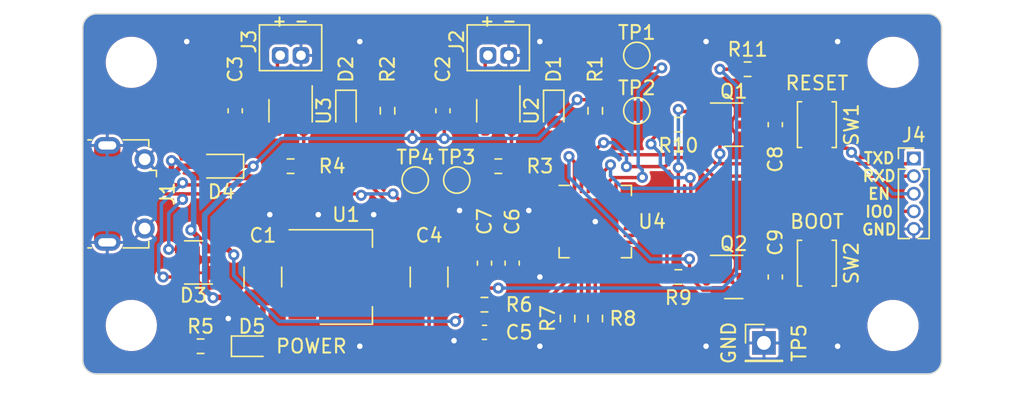
<source format=kicad_pcb>
(kicad_pcb (version 20221018) (generator pcbnew)
  (layers (0 "F.Cu" signal) (31 "B.Cu" signal) (34 "B.Paste" user) (35 "F.Paste" user) (36 "B.SilkS" user "B.Silkscreen") (37 "F.SilkS" user "F.Silkscreen") (38 "B.Mask" user) (39 "F.Mask" user) (44 "Edge.Cuts" user))
  (net 0 "")
  (net 1 "Net-(U4-~{RI}{slash}CLK)")
  (net 2 "Net-(U4-~{DCD})")
  (net 3 "Net-(U4-~{DSR})")
  (net 4 "Net-(U4-~{CTS})")
  (net 5 "+5V")
  (net 6 "Net-(D1-A)")
  (net 7 "+3.3V")
  (net 8 "/EN")
  (net 9 "/RTS")
  (net 10 "Net-(Q2-B)")
  (net 11 "/DTR")
  (net 12 "Net-(Q1-B)")
  (net 13 "Net-(U4-~{SUSPEND})")
  (net 14 "GND")
  (net 15 "Net-(U4-~{RST})")
  (net 16 "/VBUS")
  (net 17 "Net-(U4-VBUS)")
  (net 18 "Net-(D5-K)")
  (net 19 "Net-(U3-PROG)")
  (net 20 "Net-(U2-PROG)")
  (net 21 "Net-(D2-A)")
  (net 22 "Net-(D1-K)")
  (net 23 "Net-(J2-Pin_2)")
  (net 24 "Net-(D2-K)")
  (net 25 "Net-(J3-Pin_2)")
  (net 26 "/IO0")
  (net 27 "/D+")
  (net 28 "/D-")
  (net 41 "/TXD0")
  (net 42 "/RXD0")
  (footprint "Resistor_SMD:R_0603_1608Metric" (layer "F.Cu") (at 129.5 112)
    (fp_text reference "R5" (at 0 -1.43) (layer "F.SilkS"))
    (fp_text value "1608 2K")
    (pad "1" smd roundrect (at -0.825 0) (size 0.8 0.95) (layers "F.Cu" "F.Paste" "F.Mask") (net 14 "GND"))
    (pad "2" smd roundrect (at 0.825 0) (size 0.8 0.95) (layers "F.Cu" "F.Paste" "F.Mask") (net 18 "Net-(D5-K)"))
  )
  (footprint "Capacitor_SMD:C_0603_1608Metric" (layer "F.Cu") (at 150 111 180)
    (fp_text reference "C5" (at -2.5 0) (layer "F.SilkS"))
    (fp_text value "1608 4.7u")
    (pad "1" smd roundrect (at -0.775 0 180) (size 0.9 0.95) (layers "F.Cu" "F.Paste" "F.Mask") (net 17 "Net-(U4-VBUS)"))
    (pad "2" smd roundrect (at 0.775 0 180) (size 0.9 0.95) (layers "F.Cu" "F.Paste" "F.Mask") (net 14 "GND"))
  )
  (footprint "Capacitor_SMD:C_1210_3225Metric" (layer "F.Cu") (at 134 107 90)
    (fp_text reference "C1" (at 3 0 180) (layer "F.SilkS"))
    (fp_text value "3225 22uF")
    (pad "1" smd roundrect (at -1.475 0 90) (size 1.15 2.7) (layers "F.Cu" "F.Paste" "F.Mask") (roundrect_rratio 0.217391) (net 5 "+5V"))
    (pad "2" smd roundrect (at 1.475 0 90) (size 1.15 2.7) (layers "F.Cu" "F.Paste" "F.Mask") (roundrect_rratio 0.217391) (net 14 "GND"))
  )
  (footprint "Package_TO_SOT_SMD:SOT-23" (layer "F.Cu") (at 168 96)
    (fp_text reference "Q1" (at 0 -2.4) (layer "F.SilkS"))
    (fp_text value "SS8050-G")
    (pad "1" smd roundrect (at -0.9375 -0.95) (size 1.475 0.6) (layers "F.Cu" "F.Paste" "F.Mask") (net 12 "Net-(Q1-B)"))
    (pad "2" smd roundrect (at -0.9375 0.95) (size 1.475 0.6) (layers "F.Cu" "F.Paste" "F.Mask") (net 9 "/RTS"))
    (pad "3" smd roundrect (at 0.9375 0) (size 1.475 0.6) (layers "F.Cu" "F.Paste" "F.Mask") (net 8 "/EN"))
  )
  (footprint "Resistor_SMD:R_0603_1608Metric" (layer "F.Cu") (at 143 95 -90)
    (fp_text reference "R2" (at -3 0 90) (layer "F.SilkS"))
    (fp_text value "1608 1.2K")
    (pad "1" smd roundrect (at -0.825 0 270) (size 0.8 0.95) (layers "F.Cu" "F.Paste" "F.Mask") (net 5 "+5V"))
    (pad "2" smd roundrect (at 0.825 0 270) (size 0.8 0.95) (layers "F.Cu" "F.Paste" "F.Mask") (net 21 "Net-(D2-A)"))
  )
  (footprint "Connector_USB:USB_Micro-B_Molex-105017-0001" (layer "F.Cu") (at 124 101 -90)
    (fp_text reference "J1" (at 0 -3.1125 90) (layer "F.SilkS"))
    (fp_text value "USB_B_Micro")
    (pad "1" smd rect (at -1.3 -1.4625 270) (size 0.4 1.35) (layers "F.Cu" "F.Paste" "F.Mask") (net 16 "/VBUS"))
    (pad "2" smd rect (at -0.65 -1.4625 270) (size 0.4 1.35) (layers "F.Cu" "F.Paste" "F.Mask") (net 28 "/D-"))
    (pad "3" smd rect (at 0 -1.4625 270) (size 0.4 1.35) (layers "F.Cu" "F.Paste" "F.Mask") (net 27 "/D+"))
    (pad "4" smd rect (at 0.65 -1.4625 270) (size 0.4 1.35) (layers "F.Cu" "F.Paste" "F.Mask"))
    (pad "5" smd rect (at 1.3 -1.4625 270) (size 0.4 1.35) (layers "F.Cu" "F.Paste" "F.Mask") (net 14 "GND"))
    (pad "6" thru_hole oval (at -3.5 1.2375 90) (size 1.2 1.9) (drill oval 0.6 1.3) (layers "*.Cu" "*.Mask") (net 14 "GND"))
    (pad "6" smd rect (at -2.9 1.2375 270) (size 1.2 1.9) (layers "F.Cu" "F.Mask") (net 14 "GND"))
    (pad "6" thru_hole circle (at -2.5 -1.4625 270) (size 1.45 1.45) (drill 0.85) (layers "*.Cu" "*.Mask") (net 14 "GND"))
    (pad "6" smd rect (at -1 1.2375 270) (size 1.5 1.9) (layers "F.Cu" "F.Paste" "F.Mask") (net 14 "GND"))
    (pad "6" smd rect (at 1 1.2375 270) (size 1.5 1.9) (layers "F.Cu" "F.Paste" "F.Mask") (net 14 "GND"))
    (pad "6" thru_hole circle (at 2.5 -1.4625 270) (size 1.45 1.45) (drill 0.85) (layers "*.Cu" "*.Mask") (net 14 "GND"))
    (pad "6" smd rect (at 2.9 1.2375 270) (size 1.2 1.9) (layers "F.Cu" "F.Mask") (net 14 "GND"))
    (pad "6" thru_hole oval (at 3.5 1.2375 270) (size 1.2 1.9) (drill oval 0.6 1.3) (layers "*.Cu" "*.Mask") (net 14 "GND"))
  )
  (footprint "Capacitor_SMD:C_0603_1608Metric" (layer "F.Cu") (at 147 95 90)
    (fp_text reference "C2" (at 3 0 90) (layer "F.SilkS"))
    (fp_text value "1608 4.7u")
    (pad "1" smd roundrect (at -0.775 0 90) (size 0.9 0.95) (layers "F.Cu" "F.Paste" "F.Mask") (net 5 "+5V"))
    (pad "2" smd roundrect (at 0.775 0 90) (size 0.9 0.95) (layers "F.Cu" "F.Paste" "F.Mask") (net 14 "GND"))
  )
  (footprint "LED_SMD:LED_0603_1608Metric" (layer "F.Cu") (at 155 95 -90)
    (fp_text reference "D1" (at -3 0 90) (layer "F.SilkS"))
    (fp_text value "LED RED")
    (pad "1" smd roundrect (at -0.7875 0 270) (size 0.875 0.95) (layers "F.Cu" "F.Paste" "F.Mask") (net 22 "Net-(D1-K)"))
    (pad "2" smd roundrect (at 0.7875 0 270) (size 0.875 0.95) (layers "F.Cu" "F.Paste" "F.Mask") (net 6 "Net-(D1-A)"))
  )
  (footprint "Diode_SMD:D_SOD-323" (layer "F.Cu") (at 131 99 180)
    (fp_text reference "D4" (at 0 -1.85) (layer "F.SilkS"))
    (fp_text value "BAT760-7")
    (pad "1" smd roundrect (at -1.05 0 180) (size 0.6 0.45) (layers "F.Cu" "F.Paste" "F.Mask") (net 5 "+5V"))
    (pad "2" smd roundrect (at 1.05 0 180) (size 0.6 0.45) (layers "F.Cu" "F.Paste" "F.Mask") (net 16 "/VBUS"))
  )
  (footprint "Library:B2B-ZH" (layer "F.Cu") (at 136 91)
    (fp_text reference "J3" (at -3 -1 90 unlocked) (layer "F.SilkS"))
    (fp_text value "B2B-ZH")
    (pad "1" thru_hole roundrect (at 0.75 0) (size 1.2 1.2) (drill 0.7) (layers "*.Cu" "*.Mask") (net 14 "GND"))
    (pad "2" thru_hole roundrect (at -0.75 0) (size 1.2 1.2) (drill 0.7) (layers "*.Cu" "*.Mask") (net 25 "Net-(J3-Pin_2)"))
  )
  (footprint "TestPoint:TestPoint_Pad_D1.5mm" (layer "F.Cu") (at 161 95)
    (fp_text reference "TP2" (at 0 -1.648) (layer "F.SilkS"))
    (fp_text value "~")
    (pad "1" smd circle (at 0 0) (size 1.5 1.5) (layers "F.Cu" "F.Mask") (net 3 "Net-(U4-~{DSR})"))
  )
  (footprint "LED_SMD:LED_0603_1608Metric" (layer "F.Cu") (at 133.2125 112)
    (fp_text reference "D5" (at 0 -1.43) (layer "F.SilkS"))
    (fp_text value "LED GREEN")
    (pad "1" smd roundrect (at -0.7875 0) (size 0.875 0.95) (layers "F.Cu" "F.Paste" "F.Mask") (net 18 "Net-(D5-K)"))
    (pad "2" smd roundrect (at 0.7875 0) (size 0.875 0.95) (layers "F.Cu" "F.Paste" "F.Mask") (net 5 "+5V"))
  )
  (footprint "LED_SMD:LED_0603_1608Metric" (layer "F.Cu") (at 140 95 -90)
    (fp_text reference "D2" (at -3 0 90) (layer "F.SilkS"))
    (fp_text value "LED RED")
    (pad "1" smd roundrect (at -0.7875 0 270) (size 0.875 0.95) (layers "F.Cu" "F.Paste" "F.Mask") (net 24 "Net-(D2-K)"))
    (pad "2" smd roundrect (at 0.7875 0 270) (size 0.875 0.95) (layers "F.Cu" "F.Paste" "F.Mask") (net 21 "Net-(D2-A)"))
  )
  (footprint "Resistor_SMD:R_0603_1608Metric" (layer "F.Cu") (at 150 109)
    (fp_text reference "R6" (at 2.5 0) (layer "F.SilkS"))
    (fp_text value "1608 0")
    (pad "1" smd roundrect (at -0.825 0) (size 0.8 0.95) (layers "F.Cu" "F.Paste" "F.Mask") (net 16 "/VBUS"))
    (pad "2" smd roundrect (at 0.825 0) (size 0.8 0.95) (layers "F.Cu" "F.Paste" "F.Mask") (net 17 "Net-(U4-VBUS)"))
  )
  (footprint "Package_TO_SOT_SMD:TSOT-23-5" (layer "F.Cu") (at 151 95 -90)
    (fp_text reference "U2" (at 0 -2.4 90) (layer "F.SilkS"))
    (fp_text value "LTC4054ES5-4.2")
    (pad "1" smd roundrect (at -1.1375 -0.95 270) (size 1.325 0.6) (layers "F.Cu" "F.Paste" "F.Mask") (net 22 "Net-(D1-K)"))
    (pad "2" smd roundrect (at -1.1375 0 270) (size 1.325 0.6) (layers "F.Cu" "F.Paste" "F.Mask") (net 14 "GND"))
    (pad "3" smd roundrect (at -1.1375 0.95 270) (size 1.325 0.6) (layers "F.Cu" "F.Paste" "F.Mask") (net 23 "Net-(J2-Pin_2)"))
    (pad "4" smd roundrect (at 1.1375 0.95 270) (size 1.325 0.6) (layers "F.Cu" "F.Paste" "F.Mask") (net 5 "+5V"))
    (pad "5" smd roundrect (at 1.1375 -0.95 270) (size 1.325 0.6) (layers "F.Cu" "F.Paste" "F.Mask") (net 20 "Net-(U2-PROG)"))
  )
  (footprint "Button_Switch_SMD:SW_SPST_B3U-1000P" (layer "F.Cu") (at 174 106 90)
    (fp_text reference "SW2" (at 0 2.5 90) (layer "F.SilkS"))
    (fp_text value "B3U-1000P")
    (pad "1" smd rect (at -1.7 0 90) (size 0.9 1.7) (layers "F.Cu" "F.Paste" "F.Mask") (net 14 "GND"))
    (pad "2" smd rect (at 1.7 0 90) (size 0.9 1.7) (layers "F.Cu" "F.Paste" "F.Mask") (net 26 "/IO0"))
  )
  (footprint "Resistor_SMD:R_0603_1608Metric" (layer "F.Cu") (at 164 107 180)
    (fp_text reference "R9" (at 0 -1.5) (layer "F.SilkS"))
    (fp_text value "1608 10K")
    (pad "1" smd roundrect (at -0.825 0 180) (size 0.8 0.95) (layers "F.Cu" "F.Paste" "F.Mask") (net 11 "/DTR"))
    (pad "2" smd roundrect (at 0.825 0 180) (size 0.8 0.95) (layers "F.Cu" "F.Paste" "F.Mask") (net 12 "Net-(Q1-B)"))
  )
  (footprint "TestPoint:TestPoint_Pad_D1.5mm" (layer "F.Cu") (at 161 91)
    (fp_text reference "TP1" (at 0 -1.648) (layer "F.SilkS"))
    (fp_text value "~")
    (pad "1" smd circle (at 0 0) (size 1.5 1.5) (layers "F.Cu" "F.Mask") (net 4 "Net-(U4-~{CTS})"))
  )
  (footprint "MountingHole:MountingHole_3.2mm_M3" (layer "F.Cu") (at 179.5 110.5)
    (fp_text reference "REF**" hide)
    (fp_text value "MountingHole_3.2mm_M3")
    (pad "" np_thru_hole circle (at 0 0) (size 3.2 3.2) (drill 3.2) (layers "*.Cu" "*.Mask"))
  )
  (footprint "Capacitor_SMD:C_0603_1608Metric" (layer "F.Cu") (at 171 107 -90)
    (fp_text reference "C9" (at -2.5 0 90) (layer "F.SilkS"))
    (fp_text value "1608 0.1u")
    (pad "1" smd roundrect (at -0.775 0 270) (size 0.9 0.95) (layers "F.Cu" "F.Paste" "F.Mask") (net 26 "/IO0"))
    (pad "2" smd roundrect (at 0.775 0 270) (size 0.9 0.95) (layers "F.Cu" "F.Paste" "F.Mask") (net 14 "GND"))
  )
  (footprint "Connector_PinHeader_1.27mm:PinHeader_1x05_P1.27mm_Vertical" (layer "F.Cu") (at 181 98.45)
    (fp_text reference "J4" (at 0 -1.695) (layer "F.SilkS"))
    (fp_text value "Conn_01x05")
    (pad "1" thru_hole rect (at 0 0) (size 1 1) (drill 0.65) (layers "*.Cu" "*.Mask") (net 41 "/TXD0"))
    (pad "2" thru_hole oval (at 0 1.27) (size 1 1) (drill 0.65) (layers "*.Cu" "*.Mask") (net 42 "/RXD0"))
    (pad "3" thru_hole oval (at 0 2.54) (size 1 1) (drill 0.65) (layers "*.Cu" "*.Mask") (net 8 "/EN"))
    (pad "4" thru_hole oval (at 0 3.81) (size 1 1) (drill 0.65) (layers "*.Cu" "*.Mask") (net 26 "/IO0"))
    (pad "5" thru_hole oval (at 0 5.08) (size 1 1) (drill 0.65) (layers "*.Cu" "*.Mask") (net 14 "GND"))
  )
  (footprint "Package_TO_SOT_SMD:SOT-143" (layer "F.Cu") (at 129 105.95 180)
    (fp_text reference "D3" (at 0.02 -2.38) (layer "F.SilkS"))
    (fp_text value "SP0503BAHT")
    (pad "1" smd rect (at -1 -0.75 180) (size 0.7 1) (layers "F.Cu" "F.Paste" "F.Mask") (net 14 "GND"))
    (pad "2" smd rect (at -1 0.95 180) (size 0.7 0.6) (layers "F.Cu" "F.Paste" "F.Mask") (net 16 "/VBUS"))
    (pad "3" smd rect (at 1 0.95 180) (size 0.7 0.6) (layers "F.Cu" "F.Paste" "F.Mask") (net 27 "/D+"))
    (pad "4" smd rect (at 1 -0.95 180) (size 0.7 0.6) (layers "F.Cu" "F.Paste" "F.Mask") (net 28 "/D-"))
  )
  (footprint "Resistor_SMD:R_0603_1608Metric" (layer "F.Cu") (at 169 92)
    (fp_text reference "R11" (at 0 -1.43) (layer "F.SilkS"))
    (fp_text value "1608 10K")
    (pad "1" smd roundrect (at -0.825 0) (size 0.8 0.95) (layers "F.Cu" "F.Paste" "F.Mask") (net 7 "+3.3V"))
    (pad "2" smd roundrect (at 0.825 0) (size 0.8 0.95) (layers "F.Cu" "F.Paste" "F.Mask") (net 8 "/EN"))
  )
  (footprint "Package_TO_SOT_SMD:SOT-223-3_TabPin2" (layer "F.Cu") (at 140 107)
    (fp_text reference "U1" (at 0 -4.5) (layer "F.SilkS"))
    (fp_text value "AMS1117-3.3")
    (pad "1" smd rect (at -3.15 -2.3) (size 2 1.5) (layers "F.Cu" "F.Paste" "F.Mask") (net 14 "GND"))
    (pad "2" smd rect (at -3.15 0) (size 2 1.5) (layers "F.Cu" "F.Paste" "F.Mask") (net 7 "+3.3V"))
    (pad "2" smd rect (at 3.15 0) (size 2 3.8) (layers "F.Cu" "F.Paste" "F.Mask") (net 7 "+3.3V"))
    (pad "3" smd rect (at -3.15 2.3) (size 2 1.5) (layers "F.Cu" "F.Paste" "F.Mask") (net 5 "+5V"))
  )
  (footprint "Resistor_SMD:R_0603_1608Metric" (layer "F.Cu") (at 164 96 180)
    (fp_text reference "R10" (at 0 -1.5) (layer "F.SilkS"))
    (fp_text value "1608 10K")
    (pad "1" smd roundrect (at -0.825 0 180) (size 0.8 0.95) (layers "F.Cu" "F.Paste" "F.Mask") (net 9 "/RTS"))
    (pad "2" smd roundrect (at 0.825 0 180) (size 0.8 0.95) (layers "F.Cu" "F.Paste" "F.Mask") (net 10 "Net-(Q2-B)"))
  )
  (footprint "Capacitor_SMD:C_0603_1608Metric" (layer "F.Cu") (at 152 106 -90)
    (fp_text reference "C6" (at -3 0 90) (layer "F.SilkS"))
    (fp_text value "1608 4.7u")
    (pad "1" smd roundrect (at -0.775 0 270) (size 0.9 0.95) (layers "F.Cu" "F.Paste" "F.Mask") (net 7 "+3.3V"))
    (pad "2" smd roundrect (at 0.775 0 270) (size 0.9 0.95) (layers "F.Cu" "F.Paste" "F.Mask") (net 14 "GND"))
  )
  (footprint "Package_TO_SOT_SMD:SOT-23" (layer "F.Cu") (at 168 107)
    (fp_text reference "Q2" (at 0 -2.4) (layer "F.SilkS"))
    (fp_text value "SS8050-G")
    (pad "1" smd roundrect (at -0.9375 -0.95) (size 1.475 0.6) (layers "F.Cu" "F.Paste" "F.Mask") (net 10 "Net-(Q2-B)"))
    (pad "2" smd roundrect (at -0.9375 0.95) (size 1.475 0.6) (layers "F.Cu" "F.Paste" "F.Mask") (net 11 "/DTR"))
    (pad "3" smd roundrect (at 0.9375 0) (size 1.475 0.6) (layers "F.Cu" "F.Paste" "F.Mask") (net 26 "/IO0"))
  )
  (footprint "Resistor_SMD:R_0603_1608Metric" (layer "F.Cu") (at 136 99 180)
    (fp_text reference "R4" (at -3 0) (layer "F.SilkS"))
    (fp_text value "1608 1.2K")
    (pad "1" smd roundrect (at -0.825 0 180) (size 0.8 0.95) (layers "F.Cu" "F.Paste" "F.Mask") (net 19 "Net-(U3-PROG)"))
    (pad "2" smd roundrect (at 0.825 0 180) (size 0.8 0.95) (layers "F.Cu" "F.Paste" "F.Mask") (net 14 "GND"))
  )
  (footprint "Library:B2B-ZH" (layer "F.Cu") (at 151 91)
    (fp_text reference "J2" (at -3 -1 90 unlocked) (layer "F.SilkS"))
    (fp_text value "B2B-ZH")
    (pad "1" thru_hole roundrect (at 0.75 0) (size 1.2 1.2) (drill 0.7) (layers "*.Cu" "*.Mask") (net 14 "GND"))
    (pad "2" thru_hole roundrect (at -0.75 0) (size 1.2 1.2) (drill 0.7) (layers "*.Cu" "*.Mask") (net 23 "Net-(J2-Pin_2)"))
  )
  (footprint "MountingHole:MountingHole_3.2mm_M3" (layer "F.Cu") (at 179.5 91.5)
    (fp_text reference "REF**" hide)
    (fp_text value "MountingHole_3.2mm_M3")
    (pad "" np_thru_hole circle (at 0 0) (size 3.2 3.2) (drill 3.2) (layers "*.Cu" "*.Mask"))
  )
  (footprint "Resistor_SMD:R_0603_1608Metric" (layer "F.Cu") (at 158 95 -90)
    (fp_text reference "R1" (at -3 0 90) (layer "F.SilkS"))
    (fp_text value "1608 1.2K")
    (pad "1" smd roundrect (at -0.825 0 270) (size 0.8 0.95) (layers "F.Cu" "F.Paste" "F.Mask") (net 5 "+5V"))
    (pad "2" smd roundrect (at 0.825 0 270) (size 0.8 0.95) (layers "F.Cu" "F.Paste" "F.Mask") (net 6 "Net-(D1-A)"))
  )
  (footprint "Capacitor_SMD:C_1210_3225Metric" (layer "F.Cu") (at 146 107 90)
    (fp_text reference "C4" (at 3 0 180) (layer "F.SilkS"))
    (fp_text value "3225 22uF")
    (pad "1" smd roundrect (at -1.475 0 90) (size 1.15 2.7) (layers "F.Cu" "F.Paste" "F.Mask") (roundrect_rratio 0.217391) (net 7 "+3.3V"))
    (pad "2" smd roundrect (at 1.475 0 90) (size 1.15 2.7) (layers "F.Cu" "F.Paste" "F.Mask") (roundrect_rratio 0.217391) (net 14 "GND"))
  )
  (footprint "MountingHole:MountingHole_3.2mm_M3" (layer "F.Cu") (at 124.5 91.5)
    (fp_text reference "REF**" hide)
    (fp_text value "MountingHole_3.2mm_M3")
    (pad "" np_thru_hole circle (at 0 0) (size 3.2 3.2) (drill 3.2) (layers "*.Cu" "*.Mask"))
  )
  (footprint "TestPoint:TestPoint_Pad_D1.5mm" (layer "F.Cu") (at 148 100)
    (fp_text reference "TP3" (at 0 -1.648) (layer "F.SilkS"))
    (fp_text value "~")
    (pad "1" smd circle (at 0 0) (size 1.5 1.5) (layers "F.Cu" "F.Mask") (net 2 "Net-(U4-~{DCD})"))
  )
  (footprint "Capacitor_SMD:C_0603_1608Metric" (layer "F.Cu") (at 171 96 90)
    (fp_text reference "C8" (at -2.5 0 90) (layer "F.SilkS"))
    (fp_text value "1608 0.1u")
    (pad "1" smd roundrect (at -0.775 0 90) (size 0.9 0.95) (layers "F.Cu" "F.Paste" "F.Mask") (net 8 "/EN"))
    (pad "2" smd roundrect (at 0.775 0 90) (size 0.9 0.95) (layers "F.Cu" "F.Paste" "F.Mask") (net 14 "GND"))
  )
  (footprint "Capacitor_SMD:C_0603_1608Metric" (layer "F.Cu") (at 132 95 90)
    (fp_text reference "C3" (at 3 0 90) (layer "F.SilkS"))
    (fp_text value "1608 4.7u")
    (pad "1" smd roundrect (at -0.775 0 90) (size 0.9 0.95) (layers "F.Cu" "F.Paste" "F.Mask") (net 5 "+5V"))
    (pad "2" smd roundrect (at 0.775 0 90) (size 0.9 0.95) (layers "F.Cu" "F.Paste" "F.Mask") (net 14 "GND"))
  )
  (footprint "Capacitor_SMD:C_0603_1608Metric" (layer "F.Cu") (at 150 106 -90)
    (fp_text reference "C7" (at -3 0 90) (layer "F.SilkS"))
    (fp_text value "1608 0.1u")
    (pad "1" smd roundrect (at -0.775 0 270) (size 0.9 0.95) (layers "F.Cu" "F.Paste" "F.Mask") (net 7 "+3.3V"))
    (pad "2" smd roundrect (at 0.775 0 270) (size 0.9 0.95) (layers "F.Cu" "F.Paste" "F.Mask") (net 14 "GND"))
  )
  (footprint "Package_TO_SOT_SMD:TSOT-23-5" (layer "F.Cu") (at 136 95 -90)
    (fp_text reference "U3" (at 0 -2.4 90) (layer "F.SilkS"))
    (fp_text value "LTC4054ES5-4.2")
    (pad "1" smd roundrect (at -1.1375 -0.95 270) (size 1.325 0.6) (layers "F.Cu" "F.Paste" "F.Mask") (net 24 "Net-(D2-K)"))
    (pad "2" smd roundrect (at -1.1375 0 270) (size 1.325 0.6) (layers "F.Cu" "F.Paste" "F.Mask") (net 14 "GND"))
    (pad "3" smd roundrect (at -1.1375 0.95 270) (size 1.325 0.6) (layers "F.Cu" "F.Paste" "F.Mask") (net 25 "Net-(J3-Pin_2)"))
    (pad "4" smd roundrect (at 1.1375 0.95 270) (size 1.325 0.6) (layers "F.Cu" "F.Paste" "F.Mask") (net 5 "+5V"))
    (pad "5" smd roundrect (at 1.1375 -0.95 270) (size 1.325 0.6) (layers "F.Cu" "F.Paste" "F.Mask") (net 19 "Net-(U3-PROG)"))
  )
  (footprint "Package_DFN_QFN:QFN-28-1EP_5x5mm_P0.5mm_EP3.35x3.35mm" (layer "F.Cu") (at 158 103)
    (fp_text reference "U4" (at 4.1 0) (layer "F.SilkS"))
    (fp_text value "CP2102-GM")
    (pad "1" smd roundrect (at -2.45 -1.5) (size 0.8 0.25) (layers "F.Cu" "F.Paste" "F.Mask") (net 2 "Net-(U4-~{DCD})"))
    (pad "2" smd roundrect (at -2.45 -1) (size 0.8 0.25) (layers "F.Cu" "F.Paste" "F.Mask") (net 1 "Net-(U4-~{RI}{slash}CLK)"))
    (pad "3" smd roundrect (at -2.45 -0.5) (size 0.8 0.25) (layers "F.Cu" "F.Paste" "F.Mask") (net 14 "GND"))
    (pad "4" smd roundrect (at -2.45 0) (size 0.8 0.25) (layers "F.Cu" "F.Paste" "F.Mask") (net 27 "/D+"))
    (pad "5" smd roundrect (at -2.45 0.5) (size 0.8 0.25) (layers "F.Cu" "F.Paste" "F.Mask") (net 28 "/D-"))
    (pad "6" smd roundrect (at -2.45 1) (size 0.8 0.25) (layers "F.Cu" "F.Paste" "F.Mask") (net 7 "+3.3V"))
    (pad "7" smd roundrect (at -2.45 1.5) (size 0.8 0.25) (layers "F.Cu" "F.Paste" "F.Mask") (net 7 "+3.3V"))
    (pad "8" smd roundrect (at -1.5 2.45) (size 0.25 0.8) (layers "F.Cu" "F.Paste" "F.Mask") (net 17 "Net-(U4-VBUS)"))
    (pad "9" smd roundrect (at -1 2.45) (size 0.25 0.8) (layers "F.Cu" "F.Paste" "F.Mask") (net 15 "Net-(U4-~{RST})"))
    (pad "10" smd roundrect (at -0.5 2.45) (size 0.25 0.8) (layers "F.Cu" "F.Paste" "F.Mask"))
    (pad "11" smd roundrect (at 0 2.45) (size 0.25 0.8) (layers "F.Cu" "F.Paste" "F.Mask") (net 13 "Net-(U4-~{SUSPEND})"))
    (pad "12" smd roundrect (at 0.5 2.45) (size 0.25 0.8) (layers "F.Cu" "F.Paste" "F.Mask"))
    (pad "13" smd roundrect (at 1 2.45) (size 0.25 0.8) (layers "F.Cu" "F.Paste" "F.Mask"))
    (pad "14" smd roundrect (at 1.5 2.45) (size 0.25 0.8) (layers "F.Cu" "F.Paste" "F.Mask"))
    (pad "15" smd roundrect (at 2.45 1.5) (size 0.8 0.25) (layers "F.Cu" "F.Paste" "F.Mask"))
    (pad "16" smd roundrect (at 2.45 1) (size 0.8 0.25) (layers "F.Cu" "F.Paste" "F.Mask"))
    (pad "17" smd roundrect (at 2.45 0.5) (size 0.8 0.25) (layers "F.Cu" "F.Paste" "F.Mask"))
    (pad "18" smd roundrect (at 2.45 0) (size 0.8 0.25) (layers "F.Cu" "F.Paste" "F.Mask"))
    (pad "19" smd roundrect (at 2.45 -0.5) (size 0.8 0.25) (layers "F.Cu" "F.Paste" "F.Mask"))
    (pad "20" smd roundrect (at 2.45 -1) (size 0.8 0.25) (layers "F.Cu" "F.Paste" "F.Mask"))
    (pad "21" smd roundrect (at 2.45 -1.5) (size 0.8 0.25) (layers "F.Cu" "F.Paste" "F.Mask"))
    (pad "22" smd roundrect (at 1.5 -2.45) (size 0.25 0.8) (layers "F.Cu" "F.Paste" "F.Mask"))
    (pad "23" smd roundrect (at 1 -2.45) (size 0.25 0.8) (layers "F.Cu" "F.Paste" "F.Mask") (net 4 "Net-(U4-~{CTS})"))
    (pad "24" smd roundrect (at 0.5 -2.45) (size 0.25 0.8) (layers "F.Cu" "F.Paste" "F.Mask") (net 9 "/RTS"))
    (pad "25" smd roundrect (at 0 -2.45) (size 0.25 0.8) (layers "F.Cu" "F.Paste" "F.Mask") (net 41 "/TXD0"))
    (pad "26" smd roundrect (at -0.5 -2.45) (size 0.25 0.8) (layers "F.Cu" "F.Paste" "F.Mask") (net 42 "/RXD0"))
    (pad "27" smd roundrect (at -1 -2.45) (size 0.25 0.8) (layers "F.Cu" "F.Paste" "F.Mask") (net 3 "Net-(U4-~{DSR})"))
    (pad "28" smd roundrect (at -1.5 -2.45) (size 0.25 0.8) (layers "F.Cu" "F.Paste" "F.Mask") (net 11 "/DTR"))
    (pad "29" smd rect (at 0 0) (size 3.35 3.35) (layers "F.Cu" "F.Mask") (net 14 "GND"))
  )
  (footprint "TestPoint:TestPoint_Pad_D1.5mm" (layer "F.Cu") (at 145 100)
    (fp_text reference "TP4" (at 0 -1.648) (layer "F.SilkS"))
    (fp_text value "~")
    (pad "1" smd circle (at 0 0) (size 1.5 1.5) (layers "F.Cu" "F.Mask") (net 1 "Net-(U4-~{RI}{slash}CLK)"))
  )
  (footprint "Resistor_SMD:R_0603_1608Metric" (layer "F.Cu") (at 151 99 180)
    (fp_text reference "R3" (at -3 0) (layer "F.SilkS"))
    (fp_text value "1608 1.2K")
    (pad "1" smd roundrect (at -0.825 0 180) (size 0.8 0.95) (layers "F.Cu" "F.Paste" "F.Mask") (net 20 "Net-(U2-PROG)"))
    (pad "2" smd roundrect (at 0.825 0 180) (size 0.8 0.95) (layers "F.Cu" "F.Paste" "F.Mask") (net 14 "GND"))
  )
  (footprint "Resistor_SMD:R_0603_1608Metric" (layer "F.Cu") (at 158 110 -90)
    (fp_text reference "R8" (at 0 -2 -180) (layer "F.SilkS"))
    (fp_text value "1608 10K NC")
    (pad "1" smd roundrect (at -0.825 0 270) (size 0.8 0.95) (layers "F.Cu" "F.Paste" "F.Mask") (net 13 "Net-(U4-~{SUSPEND})"))
    (pad "2" smd roundrect (at 0.825 0 270) (size 0.8 0.95) (layers "F.Cu" "F.Paste" "F.Mask") (net 14 "GND"))
  )
  (footprint "Resistor_SMD:R_0603_1608Metric" (layer "F.Cu") (at 156 110 90)
    (fp_text reference "R7" (at 0 -1.43 90) (layer "F.SilkS"))
    (fp_text value "1608 2K")
    (pad "1" smd roundrect (at -0.825 0 90) (size 0.8 0.95) (layers "F.Cu" "F.Paste" "F.Mask") (net 7 "+3.3V"))
    (pad "2" smd roundrect (at 0.825 0 90) (size 0.8 0.95) (layers "F.Cu" "F.Paste" "F.Mask") (net 15 "Net-(U4-~{RST})"))
  )
  (footprint "Connector_PinHeader_2.54mm:PinHeader_1x01_P2.54mm_Vertical" (layer "F.Cu") (at 170.18 111.76)
    (fp_text reference "TP5" (at 2.54 0 90) (layer "F.SilkS"))
    (fp_text value "~")
    (pad "1" thru_hole rect (at 0 0) (size 1.7 1.7) (drill 1) (layers "*.Cu" "*.Mask") (net 14 "GND"))
  )
  (footprint "Button_Switch_SMD:SW_SPST_B3U-1000P" (layer "F.Cu") (at 174 96 -90)
    (fp_text reference "SW1" (at 0 -2.5 90) (layer "F.SilkS"))
    (fp_text value "B3U-1000P")
    (pad "1" smd rect (at -1.7 0 270) (size 0.9 1.7) (layers "F.Cu" "F.Paste" "F.Mask") (net 14 "GND"))
    (pad "2" smd rect (at 1.7 0 270) (size 0.9 1.7) (layers "F.Cu" "F.Paste" "F.Mask") (net 8 "/EN"))
  )
  (footprint "MountingHole:MountingHole_3.2mm_M3" (layer "F.Cu") (at 124.5 110.5)
    (fp_text reference "REF**" hide)
    (fp_text value "MountingHole_3.2mm_M3")
    (pad "" np_thru_hole circle (at 0 0) (size 3.2 3.2) (drill 3.2) (layers "*.Cu" "*.Mask"))
  )
  (gr_arc (start 182 88) (mid 182.707107 88.292893) (end 183 89) (stroke (width 0.1)) (layer "Edge.Cuts"))
  (gr_line (start 122 114) (end 182 114) (stroke (width 0.1)) (layer "Edge.Cuts"))
  (gr_line (start 121 89) (end 121 113) (stroke (width 0.1)) (layer "Edge.Cuts"))
  (gr_line (start 183 113) (end 183 89) (stroke (width 0.1)) (layer "Edge.Cuts"))
  (gr_arc (start 183 113) (mid 182.707107 113.707107) (end 182 114) (stroke (width 0.1)) (layer "Edge.Cuts"))
  (gr_arc (start 121 89) (mid 121.292893 88.292893) (end 122 88) (stroke (width 0.1)) (layer "Edge.Cuts"))
  (gr_arc (start 122 114) (mid 121.292893 113.707107) (end 121 113) (stroke (width 0.1)) (layer "Edge.Cuts"))
  (gr_line (start 182 88) (end 122 88) (stroke (width 0.1)) (layer "Edge.Cuts"))
  (gr_text "RESET" (at 174 93) (layer "F.SilkS") (effects (font (size 1 1))))
  (gr_text "+ -" (at 151 88.5) (layer "F.SilkS") (effects (font (size 0.8 0.8))))
  (gr_text "POWER" (at 137.5 112) (layer "F.SilkS") (effects (font (size 1 1))))
  (gr_text "BOOT" (at 174 103) (layer "F.SilkS") (effects (font (size 1 1))))
  (gr_text "GND" (at 167.64 111.76 90) (layer "F.SilkS") (effects (font (size 1 1))))
  (gr_text "TXD\nRXD\nEN\nIO0\nGND" (at 178.5 101) (layer "F.SilkS") (effects (font (size 0.8 0.8) (thickness 0.15875) bold)))
  (gr_text "+ -" (at 136 88.5) (layer "F.SilkS") (effects (font (size 0.8 0.8))))
  (segment (start 155.55 102) (end 154.688604 102) (width 0.25) (layer "F.Cu") (net 1))
  (segment (start 153.888604 101.2) (end 146.2 101.2) (width 0.25) (layer "F.Cu") (net 1))
  (segment (start 146.2 101.2) (end 145 100) (width 0.25) (layer "F.Cu") (net 1))
  (segment (start 154.688604 102) (end 153.888604 101.2) (width 0.25) (layer "F.Cu") (net 1))
  (segment (start 148 100) (end 148.4 100.4) (width 0.25) (layer "F.Cu") (net 2))
  (segment (start 148.4 100.4) (end 153.725 100.4) (width 0.25) (layer "F.Cu") (net 2))
  (segment (start 154.825 101.5) (end 155.55 101.5) (width 0.25) (layer "F.Cu") (net 2))
  (segment (start 153.725 100.4) (end 154.825 101.5) (width 0.25) (layer "F.Cu") (net 2))
  (segment (start 159.45 96.55) (end 161 95) (width 0.25) (layer "F.Cu") (net 3))
  (segment (start 157.75 96.55) (end 159.45 96.55) (width 0.25) (layer "F.Cu") (net 3))
  (segment (start 157 97.3) (end 157.75 96.55) (width 0.25) (layer "F.Cu") (net 3))
  (segment (start 157 100.55) (end 157 97.3) (width 0.25) (layer "F.Cu") (net 3))
  (segment (start 159.277492 99.8245) (end 161.3755 99.8245) (width 0.25) (layer "F.Cu") (net 4))
  (segment (start 159 100.55) (end 159 100.101992) (width 0.25) (layer "F.Cu") (net 4))
  (segment (start 162.8 91.9) (end 161.9 91.9) (width 0.25) (layer "F.Cu") (net 4))
  (segment (start 161.9 91.9) (end 161 91) (width 0.25) (layer "F.Cu") (net 4))
  (segment (start 159 100.101992) (end 159.277492 99.8245) (width 0.25) (layer "F.Cu") (net 4))
  (segment (start 161.3755 99.8245) (end 161.4 99.8) (width 0.25) (layer "F.Cu") (net 4))
  (via (at 161.4 99.8) (size 0.8) (drill 0.4) (layers "F.Cu" "B.Cu") (net 4))
  (via (at 162.8 91.9) (size 0.8) (drill 0.4) (layers "F.Cu" "B.Cu") (net 4))
  (segment (start 161.1 98.971628) (end 161.1 93.6) (width 0.25) (layer "B.Cu") (net 4))
  (segment (start 161.4 99.271628) (end 161.1 98.971628) (width 0.25) (layer "B.Cu") (net 4))
  (segment (start 161.1 93.6) (end 162.8 91.9) (width 0.25) (layer "B.Cu") (net 4))
  (segment (start 161.4 99.8) (end 161.4 99.271628) (width 0.25) (layer "B.Cu") (net 4))
  (segment (start 136.025 108.475) (end 136.85 109.3) (width 0.4) (layer "F.Cu") (net 5))
  (segment (start 132.225 96) (end 132 95.775) (width 0.25) (layer "F.Cu") (net 5))
  (segment (start 132.05 99) (end 132.05 95.825) (width 0.25) (layer "F.Cu") (net 5))
  (segment (start 134 108.475) (end 134 112) (width 0.4) (layer "F.Cu") (net 5))
  (segment (start 132.05 99) (end 133.3 99) (width 0.25) (layer "F.Cu") (net 5))
  (segment (start 132.05 95.825) (end 132 95.775) (width 0.25) (layer "F.Cu") (net 5))
  (segment (start 134 108.475) (end 130.425 108.475) (width 0.4) (layer "F.Cu") (net 5))
  (segment (start 148.7375 96.1375) (end 148.5 95.9) (width 0.25) (layer "F.Cu") (net 5))
  (segment (start 144.8 95.975) (end 144.8 97) (width 0.25) (layer "F.Cu") (net 5))
  (segment (start 156.7 94.2) (end 157.975 94.2) (width 0.25) (layer "F.Cu") (net 5))
  (segment (start 147.125 95.9) (end 147 95.775) (width 0.25) (layer "F.Cu") (net 5))
  (segment (start 134 108.475) (end 136.025 108.475) (width 0.4) (layer "F.Cu") (net 5))
  (segment (start 143 94.175) (end 144.8 95.975) (width 0.25) (layer "F.Cu") (net 5))
  (segment (start 133.6 96) (end 132.225 96) (width 0.25) (layer "F.Cu") (net 5))
  (segment (start 135.05 96.1375) (end 133.7375 96.1375) (width 0.25) (layer "F.Cu") (net 5))
  (segment (start 130.425 108.475) (end 130.4 108.5) (width 0.4) (layer "F.Cu") (net 5))
  (segment (start 150.05 96.1375) (end 148.7375 96.1375) (width 0.25) (layer "F.Cu") (net 5))
  (segment (start 133.7375 96.1375) (end 133.6 96) (width 0.25) (layer "F.Cu") (net 5))
  (segment (start 147.1 97) (end 147.1 95.875) (width 0.25) (layer "F.Cu") (net 5))
  (segment (start 148.5 95.9) (end 147.125 95.9) (width 0.25) (layer "F.Cu") (net 5))
  (segment (start 147.1 95.875) (end 147 95.775) (width 0.25) (layer "F.Cu") (net 5))
  (segment (start 157.975 94.2) (end 158 94.175) (width 0.25) (layer "F.Cu") (net 5))
  (via (at 130.4 108.5) (size 0.8) (drill 0.4) (layers "F.Cu" "B.Cu") (net 5))
  (via (at 144.8 97) (size 0.8) (drill 0.4) (layers "F.Cu" "B.Cu") (net 5))
  (via (at 133.3 99) (size 0.8) (drill 0.4) (layers "F.Cu" "B.Cu") (net 5))
  (via (at 147.1 97) (size 0.8) (drill 0.4) (layers "F.Cu" "B.Cu") (net 5))
  (via (at 156.7 94.2) (size 0.8) (drill 0.4) (layers "F.Cu" "B.Cu") (net 5))
  (segment (start 135.3 97) (end 144.8 97) (width 0.25) (layer "B.Cu") (net 5))
  (segment (start 153.9 97) (end 156.7 94.2) (width 0.25) (layer "B.Cu") (net 5))
  (segment (start 129.8 107.9) (end 130.4 108.5) (width 0.4) (layer "B.Cu") (net 5))
  (segment (start 129.8 102.5) (end 129.8 107.9) (width 0.4) (layer "B.Cu") (net 5))
  (segment (start 133.3 99) (end 129.8 102.5) (width 0.4) (layer "B.Cu") (net 5))
  (segment (start 133.3 99) (end 135.3 97) (width 0.25) (layer "B.Cu") (net 5))
  (segment (start 144.8 97) (end 147.1 97) (width 0.25) (layer "B.Cu") (net 5))
  (segment (start 147.1 97) (end 153.9 97) (width 0.25) (layer "B.Cu") (net 5))
  (segment (start 155.0375 95.825) (end 155 95.7875) (width 0.25) (layer "F.Cu") (net 6))
  (segment (start 158 95.825) (end 155.0375 95.825) (width 0.25) (layer "F.Cu") (net 6))
  (segment (start 152.2 112.6) (end 147.2 112.6) (width 0.25) (layer "F.Cu") (net 7))
  (segment (start 156 110.825) (end 153.975 110.825) (width 0.25) (layer "F.Cu") (net 7))
  (segment (start 155.55 104.5) (end 154.6 104.5) (width 0.25) (layer "F.Cu") (net 7))
  (segment (start 153.975 110.825) (end 152.2 112.6) (width 0.25) (layer "F.Cu") (net 7))
  (segment (start 144.625 108.475) (end 143.15 107) (width 0.4) (layer "F.Cu") (net 7))
  (segment (start 146 111.4) (end 146 108.475) (width 0.25) (layer "F.Cu") (net 7))
  (segment (start 153.875 105.225) (end 152 105.225) (width 0.25) (layer "F.Cu") (net 7))
  (segment (start 154.6 104.5) (end 153.875 105.225) (width 0.25) (layer "F.Cu") (net 7))
  (segment (start 149.175 105.225) (end 150 105.225) (width 0.4) (layer "F.Cu") (net 7))
  (segment (start 150 105.225) (end 152 105.225) (width 0.25) (layer "F.Cu") (net 7))
  (segment (start 155.05 104.5) (end 154.6 104.5) (width 0.25) (layer "F.Cu") (net 7))
  (segment (start 136.85 107) (end 143.15 107) (width 0.4) (layer "F.Cu") (net 7))
  (segment (start 168.175 92) (end 167 92) (width 0.25) (layer "F.Cu") (net 7))
  (segment (start 146 108.475) (end 144.625 108.475) (width 0.4) (layer "F.Cu") (net 7))
  (segment (start 155.1 104) (end 155.55 104) (width 0.25) (layer "F.Cu") (net 7))
  (segment (start 147.2 112.6) (end 146 111.4) (width 0.25) (layer "F.Cu") (net 7))
  (segment (start 151 107.8) (end 148.2 107.8) (width 0.25) (layer "F.Cu") (net 7))
  (segment (start 147.825 108.475) (end 148.2 108.1) (width 0.4) (layer "F.Cu") (net 7))
  (segment (start 148.2 107.8) (end 148.2 106.2) (width 0.4) (layer "F.Cu") (net 7))
  (segment (start 148.2 108.1) (end 148.2 107.8) (width 0.4) (layer "F.Cu") (net 7))
  (segment (start 154.6 104.5) (end 155.1 104) (width 0.25) (layer "F.Cu") (net 7))
  (segment (start 148.2 106.2) (end 149.175 105.225) (width 0.4) (layer "F.Cu") (net 7))
  (segment (start 146 108.475) (end 147.825 108.475) (width 0.4) (layer "F.Cu") (net 7))
  (via (at 151 107.8) (size 0.8) (drill 0.4) (layers "F.Cu" "B.Cu") (net 7))
  (via (at 167 92) (size 0.8) (drill 0.4) (layers "F.Cu" "B.Cu") (net 7))
  (segment (start 167 92) (end 168.2 93.2) (width 0.25) (layer "B.Cu") (net 7))
  (segment (start 168.2 93.2) (end 168.2 106.8) (width 0.25) (layer "B.Cu") (net 7))
  (segment (start 168.2 106.8) (end 167.2 107.8) (width 0.25) (layer "B.Cu") (net 7))
  (segment (start 167.2 107.8) (end 151 107.8) (width 0.25) (layer "B.Cu") (net 7))
  (segment (start 169.8 93.6) (end 169.8 92.025) (width 0.25) (layer "F.Cu") (net 8))
  (segment (start 170.225 96) (end 171 96.775) (width 0.25) (layer "F.Cu") (net 8))
  (segment (start 174 97.7) (end 176.2 97.7) (width 0.25) (layer "F.Cu") (net 8))
  (segment (start 168.9375 94.4625) (end 169.8 93.6) (width 0.25) (layer "F.Cu") (net 8))
  (segment (start 168.9375 96) (end 170.225 96) (width 0.25) (layer "F.Cu") (net 8))
  (segment (start 176.2 97.7) (end 176.5 98) (width 0.25) (layer "F.Cu") (net 8))
  (segment (start 169.8 92.025) (end 169.825 92) (width 0.25) (layer "F.Cu") (net 8))
  (segment (start 171.925 97.7) (end 174 97.7) (width 0.25) (layer "F.Cu") (net 8))
  (segment (start 171 96.775) (end 171.925 97.7) (width 0.25) (layer "F.Cu") (net 8))
  (segment (start 168.9375 96) (end 168.9375 94.4625) (width 0.25) (layer "F.Cu") (net 8))
  (via (at 176.5 98) (size 0.8) (drill 0.4) (layers "F.Cu" "B.Cu") (net 8))
  (segment (start 181 100.99) (end 179.49 100.99) (width 0.25) (layer "B.Cu") (net 8))
  (segment (start 179.49 100.99) (end 176.5 98) (width 0.25) (layer "B.Cu") (net 8))
  (segment (start 167.0625 96.95) (end 165.775 96.95) (width 0.25) (layer "F.Cu") (net 9))
  (segment (start 158.5 100.55) (end 158.5 99.5) (width 0.25) (layer "F.Cu") (net 9))
  (segment (start 158.5 99.5) (end 159.1 98.9) (width 0.25) (layer "F.Cu") (net 9))
  (segment (start 167 98.1) (end 167 97.0125) (width 0.25) (layer "F.Cu") (net 9))
  (segment (start 167 97.0125) (end 167.0625 96.95) (width 0.25) (layer "F.Cu") (net 9))
  (segment (start 165.775 96.95) (end 164.825 96) (width 0.25) (layer "F.Cu") (net 9))
  (via (at 159.1 98.9) (size 0.8) (drill 0.4) (layers "F.Cu" "B.Cu") (net 9))
  (via (at 167 98.1) (size 0.8) (drill 0.4) (layers "F.Cu" "B.Cu") (net 9))
  (segment (start 165.100207 100.6005) (end 167 98.700707) (width 0.25) (layer "B.Cu") (net 9))
  (segment (start 167 98.700707) (end 167 98.1) (width 0.25) (layer "B.Cu") (net 9))
  (segment (start 159.1 99.7) (end 160.0005 100.6005) (width 0.25) (layer "B.Cu") (net 9))
  (segment (start 160.0005 100.6005) (end 165.100207 100.6005) (width 0.25) (layer "B.Cu") (net 9))
  (segment (start 159.1 98.9) (end 159.1 99.7) (width 0.25) (layer "B.Cu") (net 9))
  (segment (start 162.0245 97.1505) (end 162.0245 97.4) (width 0.25) (layer "F.Cu") (net 10))
  (segment (start 167.0625 103.7625) (end 164.9 101.6) (width 0.25) (layer "F.Cu") (net 10))
  (segment (start 164.9 101.6) (end 164.9 99.876) (width 0.25) (layer "F.Cu") (net 10))
  (segment (start 167.0625 106.05) (end 167.0625 103.7625) (width 0.25) (layer "F.Cu") (net 10))
  (segment (start 164.9 99.876) (end 164.850054 99.826054) (width 0.25) (layer "F.Cu") (net 10))
  (segment (start 163.175 96) (end 162.0245 97.1505) (width 0.25) (layer "F.Cu") (net 10))
  (via (at 164.850054 99.826054) (size 0.8) (drill 0.4) (layers "F.Cu" "B.Cu") (net 10))
  (via (at 162.0245 97.4) (size 0.8) (drill 0.4) (layers "F.Cu" "B.Cu") (net 10))
  (segment (start 162.7 98.0755) (end 162.7 98.9) (width 0.25) (layer "B.Cu") (net 10))
  (segment (start 163.626054 99.826054) (end 164.850054 99.826054) (width 0.25) (layer "B.Cu") (net 10))
  (segment (start 162.0245 97.4) (end 162.7 98.0755) (width 0.25) (layer "B.Cu") (net 10))
  (segment (start 162.7 98.9) (end 163.626054 99.826054) (width 0.25) (layer "B.Cu") (net 10))
  (segment (start 165.775 107.95) (end 164.825 107) (width 0.25) (layer "F.Cu") (net 11))
  (segment (start 156.5 100.55) (end 156.5 98.7) (width 0.25) (layer "F.Cu") (net 11))
  (segment (start 164.8 106.975) (end 164.825 107) (width 0.25) (layer "F.Cu") (net 11))
  (segment (start 164.8 105.7) (end 164.8 106.975) (width 0.25) (layer "F.Cu") (net 11))
  (segment (start 156.5 98.7) (end 156.1 98.3) (width 0.25) (layer "F.Cu") (net 11))
  (segment (start 167.0625 107.95) (end 165.775 107.95) (width 0.25) (layer "F.Cu") (net 11))
  (via (at 156.1 98.3) (size 0.8) (drill 0.4) (layers "F.Cu" "B.Cu") (net 11))
  (via (at 164.8 105.7) (size 0.8) (drill 0.4) (layers "F.Cu" "B.Cu") (net 11))
  (segment (start 162 105.7) (end 156.1 99.8) (width 0.25) (layer "B.Cu") (net 11))
  (segment (start 164.8 105.7) (end 162 105.7) (width 0.25) (layer "B.Cu") (net 11))
  (segment (start 156.1 99.8) (end 156.1 98.3) (width 0.25) (layer "B.Cu") (net 11))
  (segment (start 164 104.5) (end 164 99.101554) (width 0.25) (layer "F.Cu") (net 12))
  (segment (start 167.0625 95.05) (end 164.15 95.05) (width 0.25) (layer "F.Cu") (net 12))
  (segment (start 163.175 107) (end 163.175 105.325) (width 0.25) (layer "F.Cu") (net 12))
  (segment (start 163.175 105.325) (end 164 104.5) (width 0.25) (layer "F.Cu") (net 12))
  (segment (start 164.15 95.05) (end 164 94.9) (width 0.25) (layer "F.Cu") (net 12))
  (via (at 164 99.101554) (size 0.8) (drill 0.4) (layers "F.Cu" "B.Cu") (net 12))
  (via (at 164 94.9) (size 0.8) (drill 0.4) (layers "F.Cu" "B.Cu") (net 12))
  (segment (start 164 94.9) (end 164 99.101554) (width 0.25) (layer "B.Cu") (net 12))
  (segment (start 158 105.45) (end 158 109.175) (width 0.25) (layer "F.Cu") (net 13))
  (segment (start 157.5 102.5) (end 158 103) (width 0.25) (layer "F.Cu") (net 14))
  (segment (start 155.55 102.5) (end 157.5 102.5) (width 0.25) (layer "F.Cu") (net 14))
  (via (at 154 107) (size 0.8) (drill 0.4) (layers "F.Cu" "B.Cu") (net 14))
  (via (at 175.5 90) (size 0.8) (drill 0.4) (layers "F.Cu" "B.Cu") (net 14))
  (via (at 153.2 102.2) (size 0.8) (drill 0.4) (layers "F.Cu" "B.Cu") (net 14))
  (via (at 147.8 111.6) (size 0.8) (drill 0.4) (layers "F.Cu" "B.Cu") (net 14))
  (via (at 158 103) (size 0.8) (drill 0.4) (layers "F.Cu" "B.Cu") (net 14))
  (via (at 141 112) (size 0.8) (drill 0.4) (layers "F.Cu" "B.Cu") (net 14))
  (via (at 154 112) (size 0.8) (drill 0.4) (layers "F.Cu" "B.Cu") (net 14))
  (via (at 138 102.5) (size 0.8) (drill 0.4) (layers "F.Cu" "B.Cu") (net 14))
  (via (at 141 90) (size 0.8) (drill 0.4) (layers "F.Cu" "B.Cu") (net 14))
  (via (at 154 90) (size 0.8) (drill 0.4) (layers "F.Cu" "B.Cu") (net 14))
  (via (at 128.5 90) (size 0.8) (drill 0.4) (layers "F.Cu" "B.Cu") (net 14))
  (via (at 166 90) (size 0.8) (drill 0.4) (layers "F.Cu" "B.Cu") (net 14))
  (via (at 134.5 102.5) (size 0.8) (drill 0.4) (layers "F.Cu" "B.Cu") (net 14))
  (via (at 148.2 102.2) (size 0.8) (drill 0.4) (layers "F.Cu" "B.Cu") (net 14))
  (via (at 142 102.5) (size 0.8) (drill 0.4) (layers "F.Cu" "B.Cu") (net 14))
  (via (at 166 112) (size 0.8) (drill 0.4) (layers "F.Cu" "B.Cu") (net 14))
  (via (at 131.5 110) (size 0.8) (drill 0.4) (layers "F.Cu" "B.Cu") (net 14))
  (via (at 175.5 112) (size 0.8) (drill 0.4) (layers "F.Cu" "B.Cu") (net 14))
  (segment (start 157 108.175) (end 156 109.175) (width 0.25) (layer "F.Cu") (net 15))
  (segment (start 157 105.45) (end 157 108.175) (width 0.25) (layer "F.Cu") (net 15))
  (segment (start 129.95 99) (end 130 99.05) (width 0.4) (layer "F.Cu") (net 16))
  (segment (start 128.1 99) (end 127.4 99.7) (width 0.4) (layer "F.Cu") (net 16))
  (segment (start 130 104.7995) (end 128.8005 103.6) (width 0.4) (layer "F.Cu") (net 16))
  (segment (start 130 105) (end 131.5 105) (width 0.4) (layer "F.Cu") (net 16))
  (segment (start 130 105) (end 130 104.7995) (width 0.4) (layer "F.Cu") (net 16))
  (segment (start 127.4 99.7) (end 127.4 98.6) (width 0.4) (layer "F.Cu") (net 16))
  (segment (start 149.175 109) (end 149.1 109) (width 0.25) (layer "F.Cu") (net 16))
  (segment (start 129.95 99) (end 128.1 99) (width 0.4) (layer "F.Cu") (net 16))
  (segment (start 149.1 109) (end 147.9 110.2) (width 0.25) (layer "F.Cu") (net 16))
  (segment (start 131.5 105) (end 131.9 105.4) (width 0.4) (layer "F.Cu") (net 16))
  (segment (start 127.4 99.7) (end 125.4625 99.7) (width 0.4) (layer "F.Cu") (net 16))
  (via (at 127.4 98.6) (size 0.8) (drill 0.4) (layers "F.Cu" "B.Cu") (net 16))
  (via (at 128.8005 103.6) (size 0.8) (drill 0.4) (layers "F.Cu" "B.Cu") (net 16))
  (via (at 147.9 110.2) (size 0.8) (drill 0.4) (layers "F.Cu" "B.Cu") (net 16))
  (via (at 131.9 105.4) (size 0.8) (drill 0.4) (layers "F.Cu" "B.Cu") (net 16))
  (segment (start 127.4 98.6) (end 127.730664 98.6) (width 0.4) (layer "B.Cu") (net 16))
  (segment (start 147.9 110.2) (end 135.2 110.2) (width 0.25) (layer "B.Cu") (net 16))
  (segment (start 129.0005 103.4) (end 128.8005 103.6) (width 0.4) (layer "B.Cu") (net 16))
  (segment (start 131.9 106.9) (end 131.9 105.4) (width 0.25) (layer "B.Cu") (net 16))
  (segment (start 135.2 110.2) (end 131.9 106.9) (width 0.25) (layer "B.Cu") (net 16))
  (segment (start 129.0005 99.869836) (end 129.0005 103.4) (width 0.4) (layer "B.Cu") (net 16))
  (segment (start 127.730664 98.6) (end 129.0005 99.869836) (width 0.4) (layer "B.Cu") (net 16))
  (segment (start 156.5 106.7) (end 154.2 109) (width 0.25) (layer "F.Cu") (net 17))
  (segment (start 156.5 105.45) (end 156.5 106.7) (width 0.25) (layer "F.Cu") (net 17))
  (segment (start 154.2 109) (end 150.825 109) (width 0.25) (layer "F.Cu") (net 17))
  (segment (start 150.825 110.95) (end 150.775 111) (width 0.25) (layer "F.Cu") (net 17))
  (segment (start 150.825 109) (end 150.825 110.95) (width 0.25) (layer "F.Cu") (net 17))
  (segment (start 132.425 112) (end 130.325 112) (width 0.25) (layer "F.Cu") (net 18))
  (segment (start 136.825 99) (end 136.95 98.875) (width 0.25) (layer "F.Cu") (net 19))
  (segment (start 136.95 98.875) (end 136.95 96.1375) (width 0.25) (layer "F.Cu") (net 19))
  (segment (start 151.825 99) (end 151.95 98.875) (width 0.25) (layer "F.Cu") (net 20))
  (segment (start 151.95 98.875) (end 151.95 96.1375) (width 0.25) (layer "F.Cu") (net 20))
  (segment (start 140.0375 95.825) (end 140 95.7875) (width 0.25) (layer "F.Cu") (net 21))
  (segment (start 143 95.825) (end 140.0375 95.825) (width 0.25) (layer "F.Cu") (net 21))
  (segment (start 151.95 93.8625) (end 154.65 93.8625) (width 0.25) (layer "F.Cu") (net 22))
  (segment (start 154.65 93.8625) (end 155 94.2125) (width 0.25) (layer "F.Cu") (net 22))
  (segment (start 150.05 93.8625) (end 150.05 91.2) (width 0.25) (layer "F.Cu") (net 23))
  (segment (start 150.05 91.2) (end 150.25 91) (width 0.25) (layer "F.Cu") (net 23))
  (segment (start 136.95 93.8625) (end 139.65 93.8625) (width 0.25) (layer "F.Cu") (net 24))
  (segment (start 139.65 93.8625) (end 140 94.2125) (width 0.25) (layer "F.Cu") (net 24))
  (segment (start 135.05 93.8625) (end 135.05 91.2) (width 0.25) (layer "F.Cu") (net 25))
  (segment (start 135.05 91.2) (end 135.25 91) (width 0.25) (layer "F.Cu") (net 25))
  (segment (start 178.24 102.26) (end 181 102.26) (width 0.25) (layer "F.Cu") (net 26))
  (segment (start 172.925 104.3) (end 171 106.225) (width 0.25) (layer "F.Cu") (net 26))
  (segment (start 174 104.3) (end 172.925 104.3) (width 0.25) (layer "F.Cu") (net 26))
  (segment (start 176.2 104.3) (end 178.24 102.26) (width 0.25) (layer "F.Cu") (net 26))
  (segment (start 174 104.3) (end 176.2 104.3) (width 0.25) (layer "F.Cu") (net 26))
  (segment (start 168.9375 107) (end 170.225 107) (width 0.25) (layer "F.Cu") (net 26))
  (segment (start 170.225 107) (end 171 106.225) (width 0.25) (layer "F.Cu") (net 26))
  (segment (start 127.2 105) (end 128 105) (width 0.25) (layer "F.Cu") (net 27))
  (segment (start 145.4 103) (end 143.4 101) (width 0.25) (layer "F.Cu") (net 27))
  (segment (start 141.1 101.1) (end 141 101) (width 0.25) (layer "F.Cu") (net 27))
  (segment (start 141 101) (end 128.2 101) (width 0.25) (layer "F.Cu") (net 27))
  (segment (start 128 101) (end 125.4625 101) (width 0.25) (layer "F.Cu") (net 27))
  (segment (start 128.2 101) (end 128 101) (width 0.25) (layer "F.Cu") (net 27))
  (segment (start 128.2 101) (end 128.2 101.4) (width 0.25) (layer "F.Cu") (net 27))
  (segment (start 155.55 103) (end 145.4 103) (width 0.25) (layer "F.Cu") (net 27))
  (via (at 127.2 105) (size 0.8) (drill 0.4) (layers "F.Cu" "B.Cu") (net 27))
  (via (at 128.2 101.4) (size 0.8) (drill 0.4) (layers "F.Cu" "B.Cu") (net 27))
  (via (at 143.4 101) (size 0.8) (drill 0.4) (layers "F.Cu" "B.Cu") (net 27))
  (via (at 141.1 101.1) (size 0.8) (drill 0.4) (layers "F.Cu" "B.Cu") (net 27))
  (segment (start 141.2 101) (end 141.1 101.1) (width 0.25) (layer "B.Cu") (net 27))
  (segment (start 143.4 101) (end 141.2 101) (width 0.25) (layer "B.Cu") (net 27))
  (segment (start 128.2 101.4) (end 127.2 102.4) (width 0.25) (layer "B.Cu") (net 27))
  (segment (start 127.2 102.4) (end 127.2 105) (width 0.25) (layer "B.Cu") (net 27))
  (segment (start 128.05 100.35) (end 128.2 100.2) (width 0.25) (layer "F.Cu") (net 28))
  (segment (start 141.725402 100.35) (end 144.875402 103.5) (width 0.25) (layer "F.Cu") (net 28))
  (segment (start 127.9 107) (end 128 106.9) (width 0.25) (layer "F.Cu") (net 28))
  (segment (start 127.4 100.35) (end 141.725402 100.35) (width 0.25) (layer "F.Cu") (net 28))
  (segment (start 125.4625 100.35) (end 127.4 100.35) (width 0.25) (layer "F.Cu") (net 28))
  (segment (start 144.875402 103.5) (end 155.55 103.5) (width 0.25) (layer "F.Cu") (net 28))
  (segment (start 126.8 107) (end 127.9 107) (width 0.25) (layer "F.Cu") (net 28))
  (segment (start 127.4 100.35) (end 128.05 100.35) (width 0.25) (layer "F.Cu") (net 28))
  (via (at 128.2 100.2) (size 0.8) (drill 0.4) (layers "F.Cu" "B.Cu") (net 28))
  (via (at 126.8 107) (size 0.8) (drill 0.4) (layers "F.Cu" "B.Cu") (net 28))
  (segment (start 126.6755 101.7245) (end 126.6755 104.499902) (width 0.25) (layer "B.Cu") (net 28))
  (segment (start 126.6755 104.499902) (end 126.4755 104.699902) (width 0.25) (layer "B.Cu") (net 28))
  (segment (start 128.2 100.2) (end 126.6755 101.7245) (width 0.25) (layer "B.Cu") (net 28))
  (segment (start 126.4755 104.699902) (end 126.4755 106.6755) (width 0.25) (layer "B.Cu") (net 28))
  (segment (start 126.4755 106.6755) (end 126.8 107) (width 0.25) (layer "B.Cu") (net 28))
  (segment (start 163 98.1755) (end 158.5245 98.1755) (width 0.25) (layer "F.Cu") (net 41))
  (segment (start 180.6255 98.8245) (end 166.699902 98.8245) (width 0.25) (layer "F.Cu") (net 41))
  (segment (start 158 98.7) (end 158 100.55) (width 0.25) (layer "F.Cu") (net 41))
  (segment (start 163.4755 97.7) (end 163 98.1755) (width 0.25) (layer "F.Cu") (net 41))
  (segment (start 181 98.45) (end 180.6255 98.8245) (width 0.25) (layer "F.Cu") (net 41))
  (segment (start 166.699902 98.8245) (end 165.575402 97.7) (width 0.25) (layer "F.Cu") (net 41))
  (segment (start 165.575402 97.7) (end 163.4755 97.7) (width 0.25) (layer "F.Cu") (net 41))
  (segment (start 158.5245 98.1755) (end 158 98.7) (width 0.25) (layer "F.Cu") (net 41))
  (segment (start 157.5 100.55) (end 157.5 98.35) (width 0.25) (layer "F.Cu") (net 42))
  (segment (start 181 99.72) (end 166.52 99.72) (width 0.25) (layer "F.Cu") (net 42))
  (segment (start 157.5 98.35) (end 158.55 97.3) (width 0.25) (layer "F.Cu") (net 42))
  (segment (start 165.177054 98.377054) (end 163.699902 98.377054) (width 0.25) (layer "F.Cu") (net 42))
  (segment (start 158.55 97.3) (end 158.6 97.3) (width 0.25) (layer "F.Cu") (net 42))
  (segment (start 163.699902 98.377054) (end 163.048208 99.028748) (width 0.25) (layer "F.Cu") (net 42))
  (segment (start 163.048208 99.028748) (end 160.253347 99.028748) (width 0.25) (layer "F.Cu") (net 42))
  (segment (start 166.52 99.72) (end 165.177054 98.377054) (width 0.25) (layer "F.Cu") (net 42))
  (via (at 158.6 97.3) (size 0.8) (drill 0.4) (layers "F.Cu" "B.Cu") (net 42))
  (via (at 160.253347 99.028748) (size 0.8) (drill 0.4) (layers "F.Cu" "B.Cu") (net 42))
  (segment (start 160.253347 98.253347) (end 160.253347 99.028748) (width 0.25) (layer "B.Cu") (net 42))
  (segment (start 158.6 97.3) (end 159.3 97.3) (width 0.25) (layer "B.Cu") (net 42))
  (segment (start 159.3 97.3) (end 160.253347 98.253347) (width 0.25) (layer "B.Cu") (net 42))
  (zone (net 14) (net_name "GND") (layers "F&B.Cu") (connect_pads (clearance 0.2)) (min_thickness 0.2) (fill yes (thermal_gap 0.2) (thermal_bridge_width 0.2))
    (polygon (pts (xy 120 87) (xy 184 87) (xy 184 115) (xy 120 115)))
  )
)
</source>
